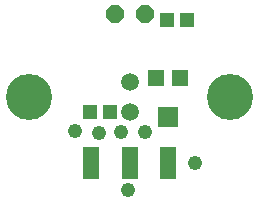
<source format=gts>
G75*
%MOIN*%
%OFA0B0*%
%FSLAX25Y25*%
%IPPOS*%
%LPD*%
%AMOC8*
5,1,8,0,0,1.08239X$1,22.5*
%
%ADD10C,0.15367*%
%ADD11C,0.05950*%
%ADD12OC8,0.06000*%
%ADD13R,0.04737X0.05131*%
%ADD14R,0.06706X0.07099*%
%ADD15R,0.05524X0.05524*%
%ADD16R,0.05800X0.10800*%
%ADD17C,0.04762*%
D10*
X0011643Y0045501D03*
X0078572Y0045501D03*
D11*
X0045107Y0050501D03*
X0045107Y0040501D03*
D12*
X0040107Y0073060D03*
X0050107Y0073060D03*
D13*
X0057509Y0071091D03*
X0064202Y0071091D03*
X0038611Y0040383D03*
X0031918Y0040383D03*
D14*
X0057902Y0038611D03*
D15*
X0053965Y0051702D03*
X0061839Y0051702D03*
D16*
X0032312Y0023454D03*
X0045107Y0023454D03*
X0057902Y0023454D03*
D17*
X0066761Y0023454D03*
X0050225Y0033690D03*
X0042351Y0033690D03*
X0034871Y0033296D03*
X0026997Y0034083D03*
X0044713Y0014398D03*
M02*

</source>
